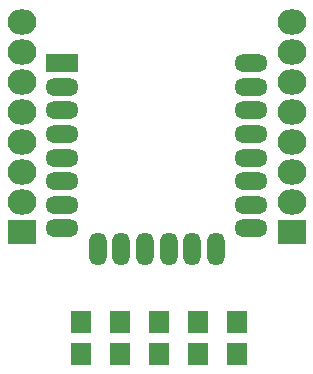
<source format=gts>
G04 #@! TF.FileFunction,Soldermask,Top*
%FSLAX46Y46*%
G04 Gerber Fmt 4.6, Leading zero omitted, Abs format (unit mm)*
G04 Created by KiCad (PCBNEW 4.0.5-e0-6337~49~ubuntu16.04.1) date Tue Jan  3 21:15:41 2017*
%MOMM*%
%LPD*%
G01*
G04 APERTURE LIST*
%ADD10C,0.100000*%
%ADD11O,1.500000X2.800000*%
%ADD12R,2.800000X1.500000*%
%ADD13O,2.800000X1.500000*%
%ADD14R,1.700000X1.900000*%
%ADD15R,2.432000X2.127200*%
%ADD16O,2.432000X2.127200*%
G04 APERTURE END LIST*
D10*
D11*
X151199000Y-120855200D03*
X153199000Y-120855200D03*
X155199000Y-120855200D03*
X157199000Y-120855200D03*
X159199000Y-120855200D03*
X161199000Y-120855200D03*
D12*
X148209000Y-105105200D03*
D13*
X148209000Y-107105200D03*
X148209000Y-109105200D03*
X148209000Y-111105200D03*
X148209000Y-113105200D03*
X148209000Y-115105200D03*
X148209000Y-117105200D03*
X148209000Y-119105200D03*
X164209000Y-119105200D03*
X164209000Y-117105200D03*
X164209000Y-115105200D03*
X164209000Y-113105200D03*
X164209000Y-111105200D03*
X164209000Y-109105200D03*
X164209000Y-107105200D03*
X164209000Y-105105200D03*
D14*
X149758400Y-129721600D03*
X149758400Y-127021600D03*
X153060400Y-129721600D03*
X153060400Y-127021600D03*
X156362400Y-129721600D03*
X156362400Y-127021600D03*
X159664400Y-129721600D03*
X159664400Y-127021600D03*
X162966400Y-129721600D03*
X162966400Y-127021600D03*
D15*
X167640000Y-119380000D03*
D16*
X167640000Y-116840000D03*
X167640000Y-114300000D03*
X167640000Y-111760000D03*
X167640000Y-109220000D03*
X167640000Y-106680000D03*
X167640000Y-104140000D03*
X167640000Y-101600000D03*
D15*
X144780000Y-119380000D03*
D16*
X144780000Y-116840000D03*
X144780000Y-114300000D03*
X144780000Y-111760000D03*
X144780000Y-109220000D03*
X144780000Y-106680000D03*
X144780000Y-104140000D03*
X144780000Y-101600000D03*
M02*

</source>
